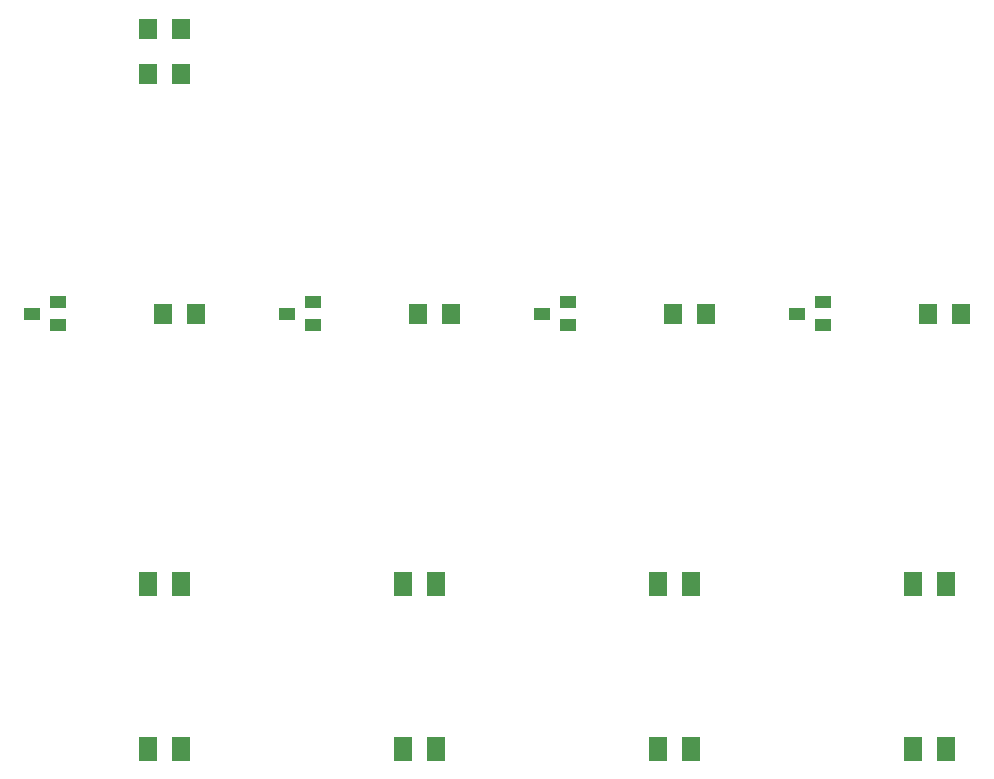
<source format=gbp>
G75*
%MOIN*%
%OFA0B0*%
%FSLAX24Y24*%
%IPPOS*%
%LPD*%
%AMOC8*
5,1,8,0,0,1.08239X$1,22.5*
%
%ADD10R,0.0630X0.0709*%
%ADD11R,0.0551X0.0394*%
%ADD12R,0.0630X0.0787*%
D10*
X009153Y021220D03*
X010255Y021220D03*
X017653Y021220D03*
X018755Y021220D03*
X026153Y021220D03*
X027255Y021220D03*
X034653Y021220D03*
X035755Y021220D03*
X009755Y029220D03*
X008653Y029220D03*
X008653Y030720D03*
X009755Y030720D03*
D11*
X005637Y021594D03*
X005637Y020846D03*
X004771Y021220D03*
X013271Y021220D03*
X014137Y020846D03*
X014137Y021594D03*
X021771Y021220D03*
X022637Y020846D03*
X022637Y021594D03*
X030271Y021220D03*
X031137Y020846D03*
X031137Y021594D03*
D12*
X008653Y006720D03*
X009755Y006720D03*
X017153Y006720D03*
X018255Y006720D03*
X025653Y006720D03*
X026755Y006720D03*
X034153Y006720D03*
X035255Y006720D03*
X035255Y012220D03*
X034153Y012220D03*
X026755Y012220D03*
X025653Y012220D03*
X018255Y012220D03*
X017153Y012220D03*
X009755Y012220D03*
X008653Y012220D03*
M02*

</source>
